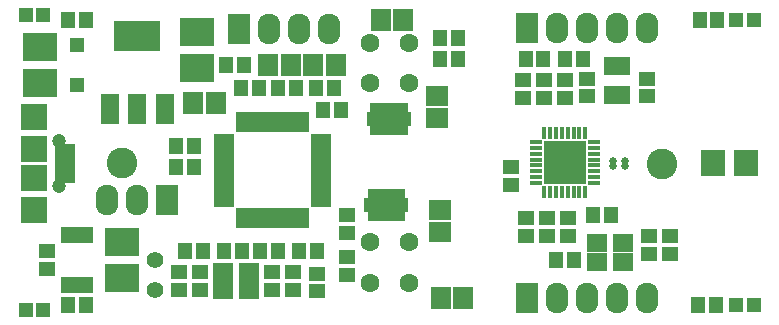
<source format=gbr>
%TF.GenerationSoftware,KiCad,Pcbnew,4.1.0-alpha+201605041001+6771~44~ubuntu15.10.1-product*%
%TF.CreationDate,2016-05-05T22:42:08+02:00*%
%TF.ProjectId,robot1,726F626F74312E6B696361645F706362,rev?*%
%TF.FileFunction,Soldermask,Top*%
%FSLAX46Y46*%
G04 Gerber Fmt 4.6, Leading zero omitted, Abs format (unit mm)*
G04 Created by KiCad (PCBNEW 4.1.0-alpha+201605041001+6771~44~ubuntu15.10.1-product) date czw, 5 maj 2016, 22:42:08*
%MOMM*%
%LPD*%
G01*
G04 APERTURE LIST*
%ADD10C,0.100000*%
%ADD11C,2.600000*%
%ADD12R,1.299160X1.400760*%
%ADD13R,1.400760X1.299160*%
%ADD14R,1.700480X1.898600*%
%ADD15R,2.899360X2.350720*%
%ADD16R,1.197560X1.197560*%
%ADD17C,1.416000*%
%ADD18R,1.924000X2.599640*%
%ADD19O,1.924000X2.599640*%
%ADD20C,1.600000*%
%ADD21R,1.898600X1.700480*%
%ADD22R,2.000200X2.203400*%
%ADD23R,0.699720X1.700480*%
%ADD24R,1.700480X0.699720*%
%ADD25R,2.297380X2.297380*%
%ADD26R,1.748740X0.798780*%
%ADD27R,1.746200X0.798780*%
%ADD28C,1.197560*%
%ADD29R,0.650000X1.400000*%
%ADD30R,1.619200X2.635200*%
%ADD31R,4.000000X2.600000*%
%ADD32R,1.100000X0.650000*%
%ADD33R,0.650000X0.900000*%
%ADD34R,2.400000X1.300000*%
%ADD35R,0.985520X0.416560*%
%ADD36R,0.416560X0.985520*%
%ADD37R,1.861820X1.861820*%
%ADD38C,0.650000*%
%ADD39R,1.800000X1.600000*%
%ADD40R,2.300000X1.500000*%
%ADD41R,1.250900X1.250900*%
G04 APERTURE END LIST*
D10*
D11*
X149826980Y-128905000D03*
D12*
X163057840Y-136398000D03*
X161554160Y-136398000D03*
D13*
X156464000Y-139689840D03*
X156464000Y-138186160D03*
X162560000Y-138186160D03*
X162560000Y-139689840D03*
X164338000Y-138186160D03*
X164338000Y-139689840D03*
D14*
X162242500Y-120650000D03*
X164147500Y-120650000D03*
D12*
X158633160Y-120650000D03*
X160136840Y-120650000D03*
X159903160Y-122555000D03*
X161406840Y-122555000D03*
X155214320Y-136398000D03*
X156718000Y-136398000D03*
D13*
X154686000Y-138186160D03*
X154686000Y-139689840D03*
D14*
X157797500Y-123825000D03*
X155892500Y-123825000D03*
D12*
X166888160Y-124460000D03*
X168391840Y-124460000D03*
D14*
X166052500Y-120650000D03*
X167957500Y-120650000D03*
D15*
X149860000Y-135636000D03*
X149860000Y-138684000D03*
X142875000Y-122174000D03*
X142875000Y-119126000D03*
X156210000Y-117856000D03*
X156210000Y-120904000D03*
D12*
X178297840Y-120142000D03*
X176794160Y-120142000D03*
X178297840Y-118364000D03*
X176794160Y-118364000D03*
D13*
X168910000Y-134863840D03*
X168910000Y-133360160D03*
X168910000Y-138419840D03*
X168910000Y-136916160D03*
X184023000Y-133614160D03*
X184023000Y-135117840D03*
X182753000Y-129296160D03*
X182753000Y-130799840D03*
X185801000Y-133614160D03*
X185801000Y-135117840D03*
D12*
X185526680Y-120142000D03*
X184023000Y-120142000D03*
D13*
X183769000Y-121930160D03*
X183769000Y-123433840D03*
X187579000Y-133614160D03*
X187579000Y-135117840D03*
X185547000Y-121920000D03*
X185547000Y-123423680D03*
D12*
X188838840Y-120142000D03*
X187335160Y-120142000D03*
D13*
X187325000Y-123423680D03*
X187325000Y-121920000D03*
X196215000Y-135138160D03*
X196215000Y-136641840D03*
X194437000Y-135138160D03*
X194437000Y-136641840D03*
X189230000Y-123306840D03*
X189230000Y-121803160D03*
X194310000Y-121803160D03*
X194310000Y-123306840D03*
D12*
X191251840Y-133350000D03*
X189748160Y-133350000D03*
X188076840Y-137160000D03*
X186573160Y-137160000D03*
D16*
X143179300Y-116405000D03*
X141680700Y-116405000D03*
X143179300Y-141405000D03*
X141680700Y-141405000D03*
X201815700Y-140970000D03*
X203314300Y-140970000D03*
X201815700Y-116840000D03*
X203314300Y-116840000D03*
D17*
X152654000Y-139700000D03*
X152654000Y-137160000D03*
D18*
X159766000Y-117602000D03*
D19*
X162306000Y-117602000D03*
X164846000Y-117602000D03*
X167386000Y-117602000D03*
D18*
X153670000Y-132080000D03*
D19*
X151130000Y-132080000D03*
X148590000Y-132080000D03*
D20*
X174115000Y-118745000D03*
X174115000Y-122145000D03*
X170815000Y-122145000D03*
X170815000Y-118745000D03*
X170815000Y-139065000D03*
X170815000Y-135665000D03*
X174115000Y-135665000D03*
X174115000Y-139065000D03*
D12*
X145298160Y-116840000D03*
X146801840Y-116840000D03*
X145298160Y-140970000D03*
X146801840Y-140970000D03*
X200141840Y-140970000D03*
X198638160Y-140970000D03*
X200258680Y-116840000D03*
X198755000Y-116840000D03*
D13*
X166370000Y-138313160D03*
X166370000Y-139816840D03*
D12*
X160009840Y-136398000D03*
X158506160Y-136398000D03*
X166359840Y-136398000D03*
X164856160Y-136398000D03*
X154442160Y-127508000D03*
X155945840Y-127508000D03*
X154442160Y-129286000D03*
X155945840Y-129286000D03*
X164581840Y-122555000D03*
X163078160Y-122555000D03*
X166253160Y-122555000D03*
X167756840Y-122555000D03*
D13*
X143510000Y-137911840D03*
X143510000Y-136408160D03*
D14*
X173672500Y-116840000D03*
X171767500Y-116840000D03*
D21*
X176530000Y-125158500D03*
X176530000Y-123253500D03*
X176784000Y-132905500D03*
X176784000Y-134810500D03*
D14*
X178752500Y-140335000D03*
X176847500Y-140335000D03*
D22*
X202692000Y-128905000D03*
X199898000Y-128905000D03*
D23*
X161310320Y-133639560D03*
X161810700Y-133639560D03*
X162311080Y-133639560D03*
X162808920Y-133639560D03*
X163309300Y-133639560D03*
X159809180Y-133639560D03*
X160309560Y-133639560D03*
X160809940Y-133639560D03*
D24*
X166659560Y-132290820D03*
X166659560Y-131790440D03*
X166659560Y-131290060D03*
X166659560Y-130789680D03*
X166659560Y-130289300D03*
X166659560Y-129788920D03*
X166659560Y-129291080D03*
X166659560Y-128790700D03*
D23*
X165310820Y-125440440D03*
X164810440Y-125440440D03*
X164310060Y-125440440D03*
X163809680Y-125440440D03*
X163309300Y-125440440D03*
X162808920Y-125440440D03*
X162311080Y-125440440D03*
X161810700Y-125440440D03*
D24*
X158460440Y-126789180D03*
X158460440Y-127289560D03*
X158460440Y-127789940D03*
X158460440Y-128290320D03*
X158460440Y-128790700D03*
X158460440Y-129291080D03*
X158460440Y-129788920D03*
X158460440Y-130289300D03*
D23*
X163809680Y-133639560D03*
X164310060Y-133639560D03*
X164810440Y-133639560D03*
X165310820Y-133639560D03*
D24*
X166659560Y-128290320D03*
X166659560Y-127789940D03*
X166659560Y-127289560D03*
X166659560Y-126789180D03*
D23*
X161310320Y-125440440D03*
X160809940Y-125440440D03*
X160309560Y-125440440D03*
X159809180Y-125440440D03*
D24*
X158460440Y-130789680D03*
X158460440Y-131290060D03*
X158460440Y-131790440D03*
X158460440Y-132290820D03*
D25*
X142375000Y-127777240D03*
X142375000Y-130175000D03*
X142375000Y-132925820D03*
X142375000Y-125026420D03*
D26*
X145049620Y-127675640D03*
D27*
X145049620Y-128328420D03*
X145049620Y-128976120D03*
X145049620Y-129623820D03*
X145049620Y-130276600D03*
D28*
X144521300Y-130873500D03*
X144523840Y-127076200D03*
D29*
X147050000Y-135046900D03*
X146550000Y-135046900D03*
X146050000Y-135046900D03*
X145550000Y-135046900D03*
X145050000Y-135046900D03*
X145050000Y-139273100D03*
X145550000Y-139273100D03*
X146050000Y-139273100D03*
X146550000Y-139273100D03*
X147050000Y-139273100D03*
D30*
X148818600Y-124383800D03*
X151130000Y-124383800D03*
X153441400Y-124383800D03*
D31*
X151130000Y-118186000D03*
D32*
X171116000Y-125472000D03*
X171116000Y-124972000D03*
X173816000Y-124972000D03*
D33*
X173216000Y-126172000D03*
X171216000Y-124272000D03*
X173716000Y-126172000D03*
X171216000Y-126172000D03*
X171716000Y-126172000D03*
X172216000Y-126172000D03*
X172716000Y-126172000D03*
X173716000Y-124272000D03*
X173216000Y-124272000D03*
X172716000Y-124272000D03*
X172216000Y-124272000D03*
X171716000Y-124272000D03*
D32*
X173816000Y-125472000D03*
D34*
X172466000Y-125222000D03*
D32*
X173566000Y-132272000D03*
X173566000Y-132772000D03*
X170866000Y-132772000D03*
D33*
X171466000Y-131572000D03*
X173466000Y-133472000D03*
X170966000Y-131572000D03*
X173466000Y-131572000D03*
X172966000Y-131572000D03*
X172466000Y-131572000D03*
X171966000Y-131572000D03*
X170966000Y-133472000D03*
X171466000Y-133472000D03*
X171966000Y-133472000D03*
X172466000Y-133472000D03*
X172966000Y-133472000D03*
D32*
X170866000Y-132272000D03*
D34*
X172216000Y-132522000D03*
D35*
X184851040Y-127655320D03*
X184851040Y-128155700D03*
X184851040Y-128656080D03*
X184851040Y-129153920D03*
X184851040Y-130652520D03*
D36*
X185577480Y-131378960D03*
X186075320Y-131378960D03*
X186575700Y-131378960D03*
X187076080Y-131378960D03*
X187573920Y-131378960D03*
X188074300Y-131378960D03*
D35*
X184851040Y-127157480D03*
D37*
X186463940Y-129766060D03*
X186463940Y-128043940D03*
X188186060Y-128043940D03*
X188186060Y-129766060D03*
D36*
X188574680Y-131378960D03*
X189072520Y-131378960D03*
D35*
X189798960Y-130652520D03*
X189798960Y-130154680D03*
X189798960Y-129654300D03*
X189798960Y-129153920D03*
X189798960Y-128656080D03*
X189798960Y-128155700D03*
X189798960Y-127655320D03*
X189798960Y-127157480D03*
D36*
X189072520Y-126431040D03*
X188574680Y-126431040D03*
X188074300Y-126431040D03*
X187573920Y-126431040D03*
D35*
X184851040Y-129654300D03*
X184851040Y-130154680D03*
D36*
X187076080Y-126431040D03*
X186575700Y-126431040D03*
X186075320Y-126431040D03*
X185577480Y-126431040D03*
D38*
X192389000Y-129178000D03*
X191389000Y-129178000D03*
X192389000Y-128778000D03*
X191389000Y-128778000D03*
D39*
X158412000Y-139738000D03*
X160612000Y-139738000D03*
X158412000Y-138138000D03*
X160612000Y-138138000D03*
D40*
X191770000Y-123190000D03*
X191770000Y-120690000D03*
D39*
X190035000Y-137325000D03*
X192235000Y-137325000D03*
X190035000Y-135725000D03*
X192235000Y-135725000D03*
D18*
X184150000Y-117475000D03*
D19*
X186690000Y-117475000D03*
X189230000Y-117475000D03*
X191770000Y-117475000D03*
X194310000Y-117475000D03*
D18*
X184150000Y-140335000D03*
D19*
X186690000Y-140335000D03*
X189230000Y-140335000D03*
X191770000Y-140335000D03*
X194310000Y-140335000D03*
D41*
X146050000Y-118976140D03*
X146050000Y-122323860D03*
D11*
X195580000Y-129032000D03*
M02*

</source>
